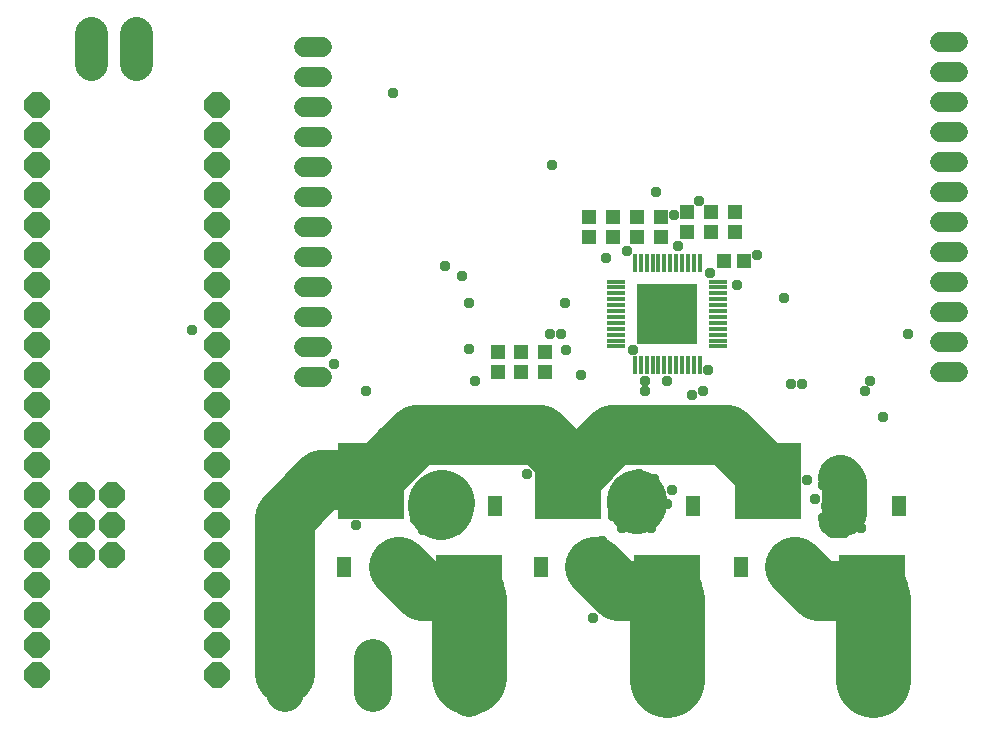
<source format=gbr>
G04 EAGLE Gerber RS-274X export*
G75*
%MOMM*%
%FSLAX34Y34*%
%LPD*%
%INSoldermask Top*%
%IPPOS*%
%AMOC8*
5,1,8,0,0,1.08239X$1,22.5*%
G01*
%ADD10C,5.080000*%
%ADD11C,6.350000*%
%ADD12C,5.588000*%
%ADD13C,3.810000*%
%ADD14C,0.762000*%
%ADD15P,2.309387X8X202.500000*%
%ADD16R,1.500000X0.350000*%
%ADD17R,0.350000X1.500000*%
%ADD18R,5.203200X5.203200*%
%ADD19C,1.016000*%
%ADD20R,1.303200X1.203200*%
%ADD21R,1.203200X1.303200*%
%ADD22C,3.213100*%
%ADD23R,5.603200X6.403200*%
%ADD24R,1.203200X1.803200*%
%ADD25C,1.727200*%
%ADD26C,2.755900*%
%ADD27C,0.959600*%


D10*
X659130Y217170D02*
X628650Y247650D01*
X532130Y247650D01*
X500380Y215900D01*
X500380Y217170D02*
X469900Y247650D01*
X365760Y247650D01*
X327660Y209550D01*
X285750Y209550D01*
X254000Y177800D01*
X254000Y45720D01*
X350520Y135890D02*
X370840Y115570D01*
X415290Y115570D01*
X516890Y135890D02*
X537210Y115570D01*
X582930Y115570D01*
X685800Y135890D02*
X706120Y115570D01*
X756920Y115570D01*
D11*
X410210Y109220D02*
X410210Y43180D01*
X577850Y40640D02*
X577850Y109220D01*
X751840Y109220D02*
X751840Y40640D01*
D12*
X387350Y190500D02*
X386080Y189230D01*
X386080Y186690D01*
D10*
X552450Y189230D02*
X552450Y193040D01*
D13*
X723900Y212090D02*
X727710Y208280D01*
X727710Y181610D01*
D14*
X712470Y180340D02*
X712470Y189230D01*
X712470Y180340D02*
X709930Y177800D01*
X709930Y171450D01*
X716280Y165100D01*
X727710Y165100D01*
X577850Y189230D02*
X541020Y189230D01*
D15*
X196850Y44450D03*
X196850Y69850D03*
X196850Y95250D03*
X196850Y120650D03*
X196850Y146050D03*
X196850Y171450D03*
X196850Y196850D03*
X196850Y222250D03*
X196850Y247650D03*
X196850Y273050D03*
X196850Y298450D03*
X196850Y323850D03*
X196850Y349250D03*
X196850Y374650D03*
X196850Y400050D03*
X196850Y425450D03*
X196850Y450850D03*
X196850Y476250D03*
X196850Y501650D03*
X196850Y527050D03*
X44450Y44450D03*
X44450Y69850D03*
X44450Y95250D03*
X44450Y120650D03*
X44450Y146050D03*
X44450Y171450D03*
X44450Y196850D03*
X44450Y222250D03*
X44450Y247650D03*
X44450Y273050D03*
X44450Y298450D03*
X44450Y323850D03*
X44450Y349250D03*
X44450Y374650D03*
X44450Y400050D03*
X44450Y425450D03*
X44450Y450850D03*
X44450Y476250D03*
X44450Y501650D03*
X44450Y527050D03*
X82550Y146050D03*
X82550Y171450D03*
X82550Y196850D03*
X107950Y196850D03*
X107950Y171450D03*
X107950Y146050D03*
D16*
X534850Y378020D03*
X534850Y373020D03*
X534850Y368020D03*
X534850Y363020D03*
X534850Y358020D03*
X534850Y353020D03*
X534850Y348020D03*
X534850Y343020D03*
X534850Y338020D03*
X534850Y333020D03*
X534850Y328020D03*
X534850Y323020D03*
D17*
X550350Y307520D03*
X555350Y307520D03*
X560350Y307520D03*
X565350Y307520D03*
X570350Y307520D03*
X575350Y307520D03*
X580350Y307520D03*
X585350Y307520D03*
X590350Y307520D03*
X595350Y307520D03*
X600350Y307520D03*
X605350Y307520D03*
D16*
X620850Y323020D03*
X620850Y328020D03*
X620850Y333020D03*
X620850Y338020D03*
X620850Y343020D03*
X620850Y348020D03*
X620850Y353020D03*
X620850Y358020D03*
X620850Y363020D03*
X620850Y368020D03*
X620850Y373020D03*
X620850Y378020D03*
D17*
X605350Y393520D03*
X600350Y393520D03*
X595350Y393520D03*
X590350Y393520D03*
X585350Y393520D03*
X580350Y393520D03*
X575350Y393520D03*
X570350Y393520D03*
X565350Y393520D03*
X560350Y393520D03*
X555350Y393520D03*
X550350Y393520D03*
D18*
X577850Y350520D03*
D19*
X557850Y370520D03*
X567850Y370520D03*
X577850Y370520D03*
X587850Y370520D03*
X597850Y370520D03*
X557850Y360520D03*
X567850Y360520D03*
X577850Y360520D03*
X587850Y360520D03*
X597850Y360520D03*
X597850Y350520D03*
X587850Y350520D03*
X577850Y350520D03*
X567850Y350520D03*
X557850Y350520D03*
X557850Y340520D03*
X567850Y340520D03*
X577850Y340520D03*
X587850Y340520D03*
X597850Y340520D03*
X597850Y330520D03*
X587850Y330520D03*
X577850Y330520D03*
X567850Y330520D03*
X557850Y330520D03*
D20*
X454025Y318380D03*
X454025Y301380D03*
D21*
X474345Y318380D03*
X474345Y301380D03*
D20*
X625865Y394970D03*
X642865Y394970D03*
D21*
X635000Y437125D03*
X635000Y420125D03*
X614680Y437125D03*
X614680Y420125D03*
X594360Y437125D03*
X594360Y420125D03*
X552450Y432680D03*
X552450Y415680D03*
D20*
X532130Y415680D03*
X532130Y432680D03*
D21*
X572770Y415680D03*
X572770Y432680D03*
X511810Y415680D03*
X511810Y432680D03*
D22*
X410210Y55690D02*
X410210Y25591D01*
X577850Y25591D02*
X577850Y55690D01*
X751840Y55690D02*
X751840Y25591D01*
D21*
X434340Y318380D03*
X434340Y301380D03*
D23*
X327025Y209150D03*
D24*
X304225Y136150D03*
X349825Y136150D03*
D23*
X409575Y114700D03*
D24*
X432375Y187700D03*
X386775Y187700D03*
D23*
X494030Y209150D03*
D24*
X471230Y136150D03*
X516830Y136150D03*
D23*
X577215Y114700D03*
D24*
X600015Y187700D03*
X554415Y187700D03*
D23*
X662940Y209150D03*
D24*
X640140Y136150D03*
X685740Y136150D03*
D23*
X751205Y114700D03*
D24*
X774005Y187700D03*
X728405Y187700D03*
D22*
X254000Y59500D02*
X254000Y29401D01*
X328930Y29401D02*
X328930Y59500D01*
D25*
X808990Y580390D02*
X824230Y580390D01*
X824230Y554990D02*
X808990Y554990D01*
X808990Y529590D02*
X824230Y529590D01*
X824230Y504190D02*
X808990Y504190D01*
X808990Y478790D02*
X824230Y478790D01*
X824230Y453390D02*
X808990Y453390D01*
X808990Y427990D02*
X824230Y427990D01*
X824230Y402590D02*
X808990Y402590D01*
X808990Y377190D02*
X824230Y377190D01*
X824230Y351790D02*
X808990Y351790D01*
X808990Y326390D02*
X824230Y326390D01*
X824230Y300990D02*
X808990Y300990D01*
X285750Y297180D02*
X270510Y297180D01*
X270510Y322580D02*
X285750Y322580D01*
X285750Y347980D02*
X270510Y347980D01*
X270510Y373380D02*
X285750Y373380D01*
X285750Y398780D02*
X270510Y398780D01*
X270510Y424180D02*
X285750Y424180D01*
X285750Y449580D02*
X270510Y449580D01*
X270510Y474980D02*
X285750Y474980D01*
X285750Y500380D02*
X270510Y500380D01*
X270510Y525780D02*
X285750Y525780D01*
X285750Y551180D02*
X270510Y551180D01*
X270510Y576580D02*
X285750Y576580D01*
D26*
X90170Y588074D02*
X90170Y562547D01*
X128270Y562547D02*
X128270Y588074D01*
D27*
X653796Y400812D03*
X583692Y434340D03*
X559308Y284988D03*
X323088Y284988D03*
X492252Y320040D03*
X478536Y333756D03*
X577596Y294132D03*
X487680Y333756D03*
X175260Y336804D03*
X336804Y249936D03*
X480060Y476250D03*
X415290Y293370D03*
X506730Y248920D03*
X648970Y247650D03*
X586740Y408432D03*
X605028Y446532D03*
X295656Y307848D03*
X504444Y298704D03*
X559308Y294132D03*
X727710Y219710D03*
X741680Y198120D03*
X741680Y187960D03*
X741680Y177800D03*
X727710Y165100D03*
X741680Y168910D03*
X709930Y205740D03*
X712470Y187960D03*
X709930Y177800D03*
X712470Y168910D03*
X713740Y217170D03*
X737870Y208280D03*
X745236Y284988D03*
X781812Y333756D03*
X702564Y193548D03*
X515112Y92964D03*
X760476Y263652D03*
X749808Y294132D03*
X522732Y158496D03*
X598932Y281940D03*
X691896Y291084D03*
X553720Y214630D03*
X568960Y199390D03*
X577850Y189230D03*
X568960Y179070D03*
X533400Y199390D03*
X541020Y189230D03*
X532130Y179070D03*
X553720Y168910D03*
X539750Y168910D03*
X563880Y168910D03*
X542290Y210820D03*
X566420Y210820D03*
X696468Y210312D03*
X582168Y201168D03*
X458724Y214884D03*
X608076Y284988D03*
X682752Y291084D03*
X676656Y364236D03*
X637032Y374904D03*
X313944Y172212D03*
X544068Y403860D03*
X548640Y320040D03*
X568452Y454152D03*
X614172Y385572D03*
X345440Y537210D03*
X389890Y391160D03*
X403860Y382270D03*
X410210Y320738D03*
X525780Y397510D03*
X491490Y359410D03*
X410210Y359410D03*
X407670Y187960D03*
X407670Y177800D03*
X386080Y166370D03*
X407670Y198120D03*
X365760Y187960D03*
X367030Y199390D03*
X364490Y176530D03*
X386080Y213360D03*
X373380Y208280D03*
X396240Y207010D03*
X370840Y167640D03*
X400050Y167640D03*
X612648Y303276D03*
M02*

</source>
